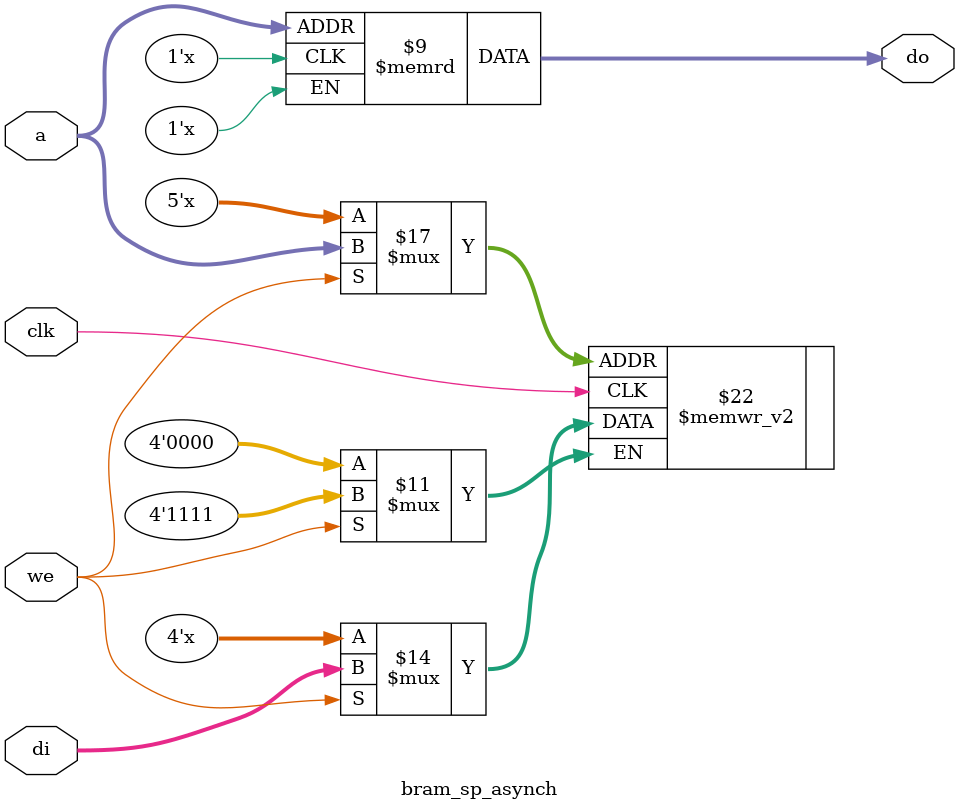
<source format=v>

module bram_sp_asynch (
    clk, 
    we, 
    a, 
    di, 
    do
);   
 
input clk;   
input we;   
input  [4:0] a;   
input  [3:0] di;   
output [3:0] do;   
reg    [3:0] ram [31:0]; 
 
always @(posedge clk) begin   
    if (we)   
        ram[a] <= di;   
end   

assign do = ram[a];

endmodule 
</source>
